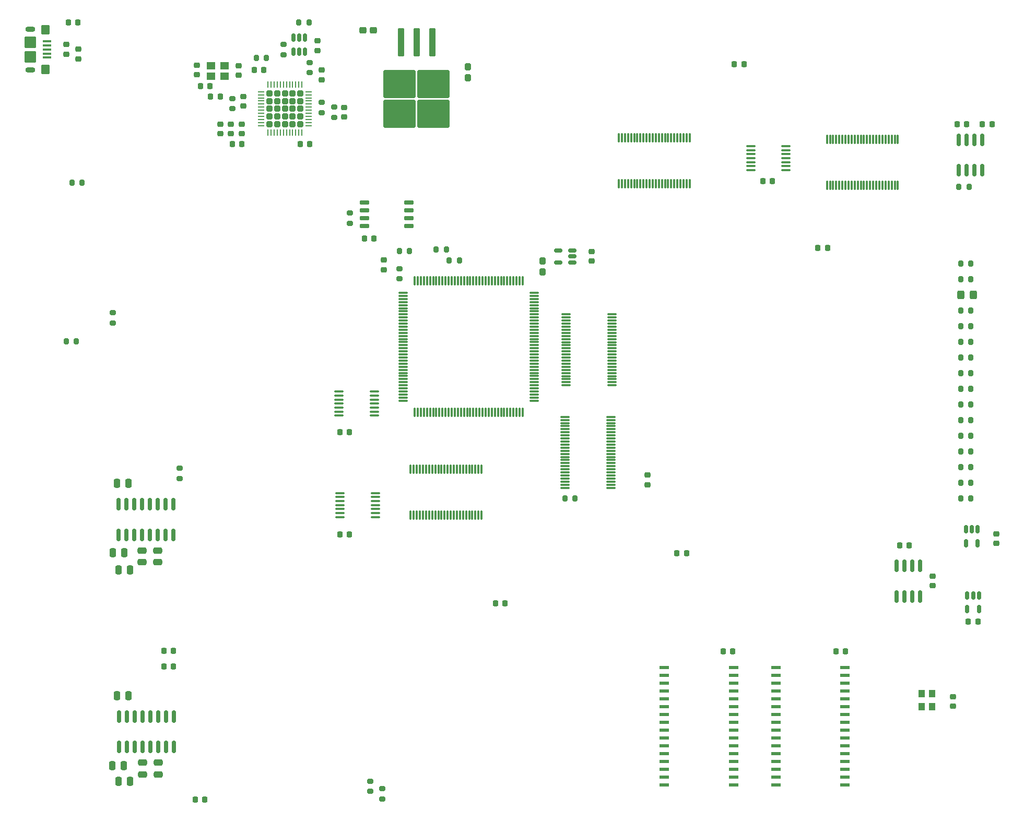
<source format=gtp>
G04 #@! TF.GenerationSoftware,KiCad,Pcbnew,7.0.10*
G04 #@! TF.CreationDate,2024-03-15T17:14:54-07:00*
G04 #@! TF.ProjectId,testboard,74657374-626f-4617-9264-2e6b69636164,rev?*
G04 #@! TF.SameCoordinates,Original*
G04 #@! TF.FileFunction,Paste,Top*
G04 #@! TF.FilePolarity,Positive*
%FSLAX46Y46*%
G04 Gerber Fmt 4.6, Leading zero omitted, Abs format (unit mm)*
G04 Created by KiCad (PCBNEW 7.0.10) date 2024-03-15 17:14:54*
%MOMM*%
%LPD*%
G01*
G04 APERTURE LIST*
G04 Aperture macros list*
%AMRoundRect*
0 Rectangle with rounded corners*
0 $1 Rounding radius*
0 $2 $3 $4 $5 $6 $7 $8 $9 X,Y pos of 4 corners*
0 Add a 4 corners polygon primitive as box body*
4,1,4,$2,$3,$4,$5,$6,$7,$8,$9,$2,$3,0*
0 Add four circle primitives for the rounded corners*
1,1,$1+$1,$2,$3*
1,1,$1+$1,$4,$5*
1,1,$1+$1,$6,$7*
1,1,$1+$1,$8,$9*
0 Add four rect primitives between the rounded corners*
20,1,$1+$1,$2,$3,$4,$5,0*
20,1,$1+$1,$4,$5,$6,$7,0*
20,1,$1+$1,$6,$7,$8,$9,0*
20,1,$1+$1,$8,$9,$2,$3,0*%
G04 Aperture macros list end*
%ADD10RoundRect,0.100000X-0.575000X0.100000X-0.575000X-0.100000X0.575000X-0.100000X0.575000X0.100000X0*%
%ADD11O,1.600000X0.900000*%
%ADD12RoundRect,0.250000X-0.450000X0.550000X-0.450000X-0.550000X0.450000X-0.550000X0.450000X0.550000X0*%
%ADD13RoundRect,0.250000X-0.700000X0.700000X-0.700000X-0.700000X0.700000X-0.700000X0.700000X0.700000X0*%
%ADD14R,1.600000X0.600000*%
%ADD15RoundRect,0.200000X-0.275000X0.200000X-0.275000X-0.200000X0.275000X-0.200000X0.275000X0.200000X0*%
%ADD16RoundRect,0.225000X0.250000X-0.225000X0.250000X0.225000X-0.250000X0.225000X-0.250000X-0.225000X0*%
%ADD17RoundRect,0.250000X-0.300000X2.050000X-0.300000X-2.050000X0.300000X-2.050000X0.300000X2.050000X0*%
%ADD18RoundRect,0.250000X-2.375000X2.025000X-2.375000X-2.025000X2.375000X-2.025000X2.375000X2.025000X0*%
%ADD19RoundRect,0.250000X0.275000X-0.312500X0.275000X0.312500X-0.275000X0.312500X-0.275000X-0.312500X0*%
%ADD20RoundRect,0.200000X0.200000X0.275000X-0.200000X0.275000X-0.200000X-0.275000X0.200000X-0.275000X0*%
%ADD21RoundRect,0.200000X-0.200000X-0.275000X0.200000X-0.275000X0.200000X0.275000X-0.200000X0.275000X0*%
%ADD22RoundRect,0.150000X-0.150000X0.512500X-0.150000X-0.512500X0.150000X-0.512500X0.150000X0.512500X0*%
%ADD23RoundRect,0.250000X-0.325000X-0.450000X0.325000X-0.450000X0.325000X0.450000X-0.325000X0.450000X0*%
%ADD24RoundRect,0.225000X0.225000X0.250000X-0.225000X0.250000X-0.225000X-0.250000X0.225000X-0.250000X0*%
%ADD25RoundRect,0.250000X-0.475000X0.250000X-0.475000X-0.250000X0.475000X-0.250000X0.475000X0.250000X0*%
%ADD26RoundRect,0.218750X0.256250X-0.218750X0.256250X0.218750X-0.256250X0.218750X-0.256250X-0.218750X0*%
%ADD27RoundRect,0.225000X-0.225000X-0.250000X0.225000X-0.250000X0.225000X0.250000X-0.225000X0.250000X0*%
%ADD28RoundRect,0.150000X0.650000X0.150000X-0.650000X0.150000X-0.650000X-0.150000X0.650000X-0.150000X0*%
%ADD29RoundRect,0.218750X-0.256250X0.218750X-0.256250X-0.218750X0.256250X-0.218750X0.256250X0.218750X0*%
%ADD30R,1.400000X1.200000*%
%ADD31RoundRect,0.250000X0.250000X0.475000X-0.250000X0.475000X-0.250000X-0.475000X0.250000X-0.475000X0*%
%ADD32RoundRect,0.075000X0.075000X-0.662500X0.075000X0.662500X-0.075000X0.662500X-0.075000X-0.662500X0*%
%ADD33RoundRect,0.250000X-0.250000X-0.250000X0.250000X-0.250000X0.250000X0.250000X-0.250000X0.250000X0*%
%ADD34RoundRect,0.062500X-0.412500X-0.062500X0.412500X-0.062500X0.412500X0.062500X-0.412500X0.062500X0*%
%ADD35RoundRect,0.062500X-0.062500X-0.412500X0.062500X-0.412500X0.062500X0.412500X-0.062500X0.412500X0*%
%ADD36RoundRect,0.225000X-0.250000X0.225000X-0.250000X-0.225000X0.250000X-0.225000X0.250000X0.225000X0*%
%ADD37RoundRect,0.150000X0.150000X-0.825000X0.150000X0.825000X-0.150000X0.825000X-0.150000X-0.825000X0*%
%ADD38RoundRect,0.218750X0.218750X0.256250X-0.218750X0.256250X-0.218750X-0.256250X0.218750X-0.256250X0*%
%ADD39RoundRect,0.100000X0.637500X0.100000X-0.637500X0.100000X-0.637500X-0.100000X0.637500X-0.100000X0*%
%ADD40RoundRect,0.075000X0.662500X0.075000X-0.662500X0.075000X-0.662500X-0.075000X0.662500X-0.075000X0*%
%ADD41RoundRect,0.075000X0.075000X0.662500X-0.075000X0.662500X-0.075000X-0.662500X0.075000X-0.662500X0*%
%ADD42RoundRect,0.250000X-0.250000X-0.475000X0.250000X-0.475000X0.250000X0.475000X-0.250000X0.475000X0*%
%ADD43RoundRect,0.200000X0.275000X-0.200000X0.275000X0.200000X-0.275000X0.200000X-0.275000X-0.200000X0*%
%ADD44RoundRect,0.150000X0.150000X-0.512500X0.150000X0.512500X-0.150000X0.512500X-0.150000X-0.512500X0*%
%ADD45RoundRect,0.250000X0.312500X0.275000X-0.312500X0.275000X-0.312500X-0.275000X0.312500X-0.275000X0*%
%ADD46R,1.100000X1.300000*%
%ADD47RoundRect,0.150000X-0.150000X0.825000X-0.150000X-0.825000X0.150000X-0.825000X0.150000X0.825000X0*%
%ADD48RoundRect,0.150000X0.512500X0.150000X-0.512500X0.150000X-0.512500X-0.150000X0.512500X-0.150000X0*%
G04 APERTURE END LIST*
D10*
X29250000Y-24350000D03*
X29250000Y-25000000D03*
X29250000Y-25650000D03*
X29250000Y-26300000D03*
X29250000Y-26950000D03*
D11*
X26575000Y-22350000D03*
D12*
X29025000Y-22450000D03*
D13*
X26575000Y-24450000D03*
X26575000Y-26850000D03*
D12*
X29025000Y-28850000D03*
D11*
X26575000Y-28950000D03*
D14*
X147480000Y-125900000D03*
X147480000Y-127170000D03*
X147480000Y-128440000D03*
X147480000Y-129710000D03*
X147480000Y-130980000D03*
X147480000Y-132250000D03*
X147480000Y-133520000D03*
X147480000Y-134800000D03*
X147480000Y-136050000D03*
X147480000Y-137330000D03*
X147480000Y-138600000D03*
X147480000Y-139870000D03*
X147480000Y-141140000D03*
X147480000Y-142410000D03*
X147480000Y-143680000D03*
X147480000Y-144950000D03*
X158680000Y-144950000D03*
X158680000Y-143680000D03*
X158680000Y-142410000D03*
X158680000Y-141140000D03*
X158680000Y-139870000D03*
X158680000Y-138600000D03*
X158680000Y-137330000D03*
X158680000Y-136050000D03*
X158680000Y-134800000D03*
X158680000Y-133520000D03*
X158680000Y-132250000D03*
X158680000Y-130980000D03*
X158680000Y-129710000D03*
X158680000Y-128440000D03*
X158680000Y-127170000D03*
X158680000Y-125900000D03*
D15*
X67615000Y-24850000D03*
X67615000Y-26500000D03*
D16*
X73115000Y-25800000D03*
X73115000Y-24250000D03*
D17*
X91750000Y-24500000D03*
X89210000Y-24500000D03*
D18*
X91985000Y-31225000D03*
X86435000Y-31225000D03*
X91985000Y-36075000D03*
X86435000Y-36075000D03*
D17*
X86670000Y-24500000D03*
D19*
X109650000Y-61737500D03*
X109650000Y-59962500D03*
D20*
X179067500Y-93423000D03*
X177417500Y-93423000D03*
D21*
X32400000Y-73000000D03*
X34050000Y-73000000D03*
D20*
X179067500Y-98503000D03*
X177417500Y-98503000D03*
D22*
X180400000Y-114193000D03*
X179450000Y-114193000D03*
X178500000Y-114193000D03*
X178500000Y-116468000D03*
X180400000Y-116468000D03*
D23*
X177417500Y-65483000D03*
X179467500Y-65483000D03*
D24*
X155827500Y-57863000D03*
X154277500Y-57863000D03*
X158750000Y-123250000D03*
X157200000Y-123250000D03*
D25*
X47350000Y-141348000D03*
X47350000Y-143248000D03*
D20*
X179067500Y-70563000D03*
X177417500Y-70563000D03*
D26*
X32400000Y-24825000D03*
X32400000Y-26400000D03*
D27*
X180950000Y-37750000D03*
X182500000Y-37750000D03*
D16*
X183250000Y-105750000D03*
X183250000Y-104200000D03*
D20*
X179067500Y-83263000D03*
X177417500Y-83263000D03*
D24*
X71865000Y-41000000D03*
X70315000Y-41000000D03*
D16*
X176220000Y-132172000D03*
X176220000Y-130622000D03*
D28*
X87950000Y-54285000D03*
X87950000Y-53015000D03*
X87950000Y-51745000D03*
X87950000Y-50475000D03*
X80750000Y-50475000D03*
X80750000Y-51745000D03*
X80750000Y-53015000D03*
X80750000Y-54285000D03*
D29*
X83900000Y-59800000D03*
X83900000Y-61375000D03*
D26*
X34400000Y-27175000D03*
X34400000Y-25600000D03*
D24*
X132967500Y-107393000D03*
X131417500Y-107393000D03*
D20*
X179067500Y-88343000D03*
X177417500Y-88343000D03*
X114900000Y-98500000D03*
X113250000Y-98500000D03*
D24*
X64415000Y-29000000D03*
X62865000Y-29000000D03*
D20*
X179067500Y-90883000D03*
X177417500Y-90883000D03*
D30*
X58065000Y-28250000D03*
X55865000Y-28250000D03*
X55865000Y-29950000D03*
X58065000Y-29950000D03*
D31*
X41762000Y-141856000D03*
X39862000Y-141856000D03*
D24*
X178410000Y-37750000D03*
X176860000Y-37750000D03*
D32*
X155750000Y-47675000D03*
X156250000Y-47675000D03*
X156750000Y-47675000D03*
X157250000Y-47675000D03*
X157750000Y-47675000D03*
X158250000Y-47675000D03*
X158750000Y-47675000D03*
X159250000Y-47675000D03*
X159750000Y-47675000D03*
X160250000Y-47675000D03*
X160750000Y-47675000D03*
X161250000Y-47675000D03*
X161750000Y-47675000D03*
X162250000Y-47675000D03*
X162750000Y-47675000D03*
X163250000Y-47675000D03*
X163750000Y-47675000D03*
X164250000Y-47675000D03*
X164750000Y-47675000D03*
X165250000Y-47675000D03*
X165750000Y-47675000D03*
X166250000Y-47675000D03*
X166750000Y-47675000D03*
X167250000Y-47675000D03*
X167250000Y-40250000D03*
X166750000Y-40250000D03*
X166250000Y-40250000D03*
X165750000Y-40250000D03*
X165250000Y-40250000D03*
X164750000Y-40250000D03*
X164250000Y-40250000D03*
X163750000Y-40250000D03*
X163250000Y-40250000D03*
X162750000Y-40250000D03*
X162250000Y-40250000D03*
X161750000Y-40250000D03*
X161250000Y-40250000D03*
X160750000Y-40250000D03*
X160250000Y-40250000D03*
X159750000Y-40250000D03*
X159250000Y-40250000D03*
X158750000Y-40250000D03*
X158250000Y-40250000D03*
X157750000Y-40250000D03*
X157250000Y-40250000D03*
X156750000Y-40250000D03*
X156250000Y-40250000D03*
X155750000Y-40250000D03*
D33*
X65395000Y-32770000D03*
X65395000Y-34010000D03*
X65395000Y-35250000D03*
X65395000Y-36490000D03*
X65395000Y-37730000D03*
X66635000Y-32770000D03*
X66635000Y-34010000D03*
X66635000Y-35250000D03*
X66635000Y-36490000D03*
X66635000Y-37730000D03*
X67875000Y-32770000D03*
X67875000Y-34010000D03*
X67875000Y-35250000D03*
X67875000Y-36490000D03*
X67875000Y-37730000D03*
X69115000Y-32770000D03*
X69115000Y-34010000D03*
X69115000Y-35250000D03*
X69115000Y-36490000D03*
X69115000Y-37730000D03*
X70355000Y-32770000D03*
X70355000Y-34010000D03*
X70355000Y-35250000D03*
X70355000Y-36490000D03*
X70355000Y-37730000D03*
D34*
X64000000Y-32500000D03*
X64000000Y-33000000D03*
X64000000Y-33500000D03*
X64000000Y-34000000D03*
X64000000Y-34500000D03*
X64000000Y-35000000D03*
X64000000Y-35500000D03*
X64000000Y-36000000D03*
X64000000Y-36500000D03*
X64000000Y-37000000D03*
X64000000Y-37500000D03*
X64000000Y-38000000D03*
D35*
X65125000Y-39125000D03*
X65625000Y-39125000D03*
X66125000Y-39125000D03*
X66625000Y-39125000D03*
X67125000Y-39125000D03*
X67625000Y-39125000D03*
X68125000Y-39125000D03*
X68625000Y-39125000D03*
X69125000Y-39125000D03*
X69625000Y-39125000D03*
X70125000Y-39125000D03*
X70625000Y-39125000D03*
D34*
X71750000Y-38000000D03*
X71750000Y-37500000D03*
X71750000Y-37000000D03*
X71750000Y-36500000D03*
X71750000Y-36000000D03*
X71750000Y-35500000D03*
X71750000Y-35000000D03*
X71750000Y-34500000D03*
X71750000Y-34000000D03*
X71750000Y-33500000D03*
X71750000Y-33000000D03*
X71750000Y-32500000D03*
D35*
X70625000Y-31375000D03*
X70125000Y-31375000D03*
X69625000Y-31375000D03*
X69125000Y-31375000D03*
X68625000Y-31375000D03*
X68125000Y-31375000D03*
X67625000Y-31375000D03*
X67125000Y-31375000D03*
X66625000Y-31375000D03*
X66125000Y-31375000D03*
X65625000Y-31375000D03*
X65125000Y-31375000D03*
D36*
X60865000Y-37750000D03*
X60865000Y-39300000D03*
X61115000Y-33250000D03*
X61115000Y-34800000D03*
D37*
X41000000Y-138808000D03*
X42270000Y-138808000D03*
X43540000Y-138808000D03*
X44810000Y-138808000D03*
X46080000Y-138808000D03*
X47350000Y-138808000D03*
X48620000Y-138808000D03*
X49890000Y-138808000D03*
X49890000Y-133858000D03*
X48620000Y-133858000D03*
X47350000Y-133858000D03*
X46080000Y-133858000D03*
X44810000Y-133858000D03*
X43540000Y-133858000D03*
X42270000Y-133858000D03*
X41000000Y-133858000D03*
D38*
X34325000Y-21250000D03*
X32750000Y-21250000D03*
X57365000Y-33250000D03*
X55790000Y-33250000D03*
D27*
X140750000Y-28000000D03*
X142300000Y-28000000D03*
D39*
X82378000Y-85048000D03*
X82378000Y-84398000D03*
X82378000Y-83748000D03*
X82378000Y-83098000D03*
X82378000Y-82448000D03*
X82378000Y-81798000D03*
X82378000Y-81148000D03*
X76653000Y-81148000D03*
X76653000Y-81798000D03*
X76653000Y-82448000D03*
X76653000Y-83098000D03*
X76653000Y-83748000D03*
X76653000Y-84398000D03*
X76653000Y-85048000D03*
D37*
X40886000Y-104378000D03*
X42156000Y-104378000D03*
X43426000Y-104378000D03*
X44696000Y-104378000D03*
X45966000Y-104378000D03*
X47236000Y-104378000D03*
X48506000Y-104378000D03*
X49776000Y-104378000D03*
X49776000Y-99428000D03*
X48506000Y-99428000D03*
X47236000Y-99428000D03*
X45966000Y-99428000D03*
X44696000Y-99428000D03*
X43426000Y-99428000D03*
X42156000Y-99428000D03*
X40886000Y-99428000D03*
D24*
X140500000Y-123250000D03*
X138950000Y-123250000D03*
D25*
X47236000Y-106918000D03*
X47236000Y-108818000D03*
D20*
X179067500Y-95963000D03*
X177417500Y-95963000D03*
D21*
X33350000Y-47250000D03*
X35000000Y-47250000D03*
D40*
X120712500Y-96750000D03*
X120712500Y-96250000D03*
X120712500Y-95750000D03*
X120712500Y-95250000D03*
X120712500Y-94750000D03*
X120712500Y-94250000D03*
X120712500Y-93750000D03*
X120712500Y-93250000D03*
X120712500Y-92750000D03*
X120712500Y-92250000D03*
X120712500Y-91750000D03*
X120712500Y-91250000D03*
X120712500Y-90750000D03*
X120712500Y-90250000D03*
X120712500Y-89750000D03*
X120712500Y-89250000D03*
X120712500Y-88750000D03*
X120712500Y-88250000D03*
X120712500Y-87750000D03*
X120712500Y-87250000D03*
X120712500Y-86750000D03*
X120712500Y-86250000D03*
X120712500Y-85750000D03*
X120712500Y-85250000D03*
X113287500Y-85250000D03*
X113287500Y-85750000D03*
X113287500Y-86250000D03*
X113287500Y-86750000D03*
X113287500Y-87250000D03*
X113287500Y-87750000D03*
X113287500Y-88250000D03*
X113287500Y-88750000D03*
X113287500Y-89250000D03*
X113287500Y-89750000D03*
X113287500Y-90250000D03*
X113287500Y-90750000D03*
X113287500Y-91250000D03*
X113287500Y-91750000D03*
X113287500Y-92250000D03*
X113287500Y-92750000D03*
X113287500Y-93250000D03*
X113287500Y-93750000D03*
X113287500Y-94250000D03*
X113287500Y-94750000D03*
X113287500Y-95250000D03*
X113287500Y-95750000D03*
X113287500Y-96250000D03*
X113287500Y-96750000D03*
D27*
X76750000Y-87750000D03*
X78300000Y-87750000D03*
X48260000Y-125730000D03*
X49810000Y-125730000D03*
D20*
X96150000Y-59875000D03*
X94500000Y-59875000D03*
D21*
X63215000Y-27000000D03*
X64865000Y-27000000D03*
D15*
X86400000Y-61225000D03*
X86400000Y-62875000D03*
D40*
X108322500Y-82618000D03*
X108322500Y-82118000D03*
X108322500Y-81618000D03*
X108322500Y-81118000D03*
X108322500Y-80618000D03*
X108322500Y-80118000D03*
X108322500Y-79618000D03*
X108322500Y-79118000D03*
X108322500Y-78618000D03*
X108322500Y-78118000D03*
X108322500Y-77618000D03*
X108322500Y-77118000D03*
X108322500Y-76618000D03*
X108322500Y-76118000D03*
X108322500Y-75618000D03*
X108322500Y-75118000D03*
X108322500Y-74618000D03*
X108322500Y-74118000D03*
X108322500Y-73618000D03*
X108322500Y-73118000D03*
X108322500Y-72618000D03*
X108322500Y-72118000D03*
X108322500Y-71618000D03*
X108322500Y-71118000D03*
X108322500Y-70618000D03*
X108322500Y-70118000D03*
X108322500Y-69618000D03*
X108322500Y-69118000D03*
X108322500Y-68618000D03*
X108322500Y-68118000D03*
X108322500Y-67618000D03*
X108322500Y-67118000D03*
X108322500Y-66618000D03*
X108322500Y-66118000D03*
X108322500Y-65618000D03*
X108322500Y-65118000D03*
D41*
X106410000Y-63205500D03*
X105910000Y-63205500D03*
X105410000Y-63205500D03*
X104910000Y-63205500D03*
X104410000Y-63205500D03*
X103910000Y-63205500D03*
X103410000Y-63205500D03*
X102910000Y-63205500D03*
X102410000Y-63205500D03*
X101910000Y-63205500D03*
X101410000Y-63205500D03*
X100910000Y-63205500D03*
X100410000Y-63205500D03*
X99910000Y-63205500D03*
X99410000Y-63205500D03*
X98910000Y-63205500D03*
X98410000Y-63205500D03*
X97910000Y-63205500D03*
X97410000Y-63205500D03*
X96910000Y-63205500D03*
X96410000Y-63205500D03*
X95910000Y-63205500D03*
X95410000Y-63205500D03*
X94910000Y-63205500D03*
X94410000Y-63205500D03*
X93910000Y-63205500D03*
X93410000Y-63205500D03*
X92910000Y-63205500D03*
X92410000Y-63205500D03*
X91910000Y-63205500D03*
X91410000Y-63205500D03*
X90910000Y-63205500D03*
X90410000Y-63205500D03*
X89910000Y-63205500D03*
X89410000Y-63205500D03*
X88910000Y-63205500D03*
D40*
X86997500Y-65118000D03*
X86997500Y-65618000D03*
X86997500Y-66118000D03*
X86997500Y-66618000D03*
X86997500Y-67118000D03*
X86997500Y-67618000D03*
X86997500Y-68118000D03*
X86997500Y-68618000D03*
X86997500Y-69118000D03*
X86997500Y-69618000D03*
X86997500Y-70118000D03*
X86997500Y-70618000D03*
X86997500Y-71118000D03*
X86997500Y-71618000D03*
X86997500Y-72118000D03*
X86997500Y-72618000D03*
X86997500Y-73118000D03*
X86997500Y-73618000D03*
X86997500Y-74118000D03*
X86997500Y-74618000D03*
X86997500Y-75118000D03*
X86997500Y-75618000D03*
X86997500Y-76118000D03*
X86997500Y-76618000D03*
X86997500Y-77118000D03*
X86997500Y-77618000D03*
X86997500Y-78118000D03*
X86997500Y-78618000D03*
X86997500Y-79118000D03*
X86997500Y-79618000D03*
X86997500Y-80118000D03*
X86997500Y-80618000D03*
X86997500Y-81118000D03*
X86997500Y-81618000D03*
X86997500Y-82118000D03*
X86997500Y-82618000D03*
D41*
X88910000Y-84530500D03*
X89410000Y-84530500D03*
X89910000Y-84530500D03*
X90410000Y-84530500D03*
X90910000Y-84530500D03*
X91410000Y-84530500D03*
X91910000Y-84530500D03*
X92410000Y-84530500D03*
X92910000Y-84530500D03*
X93410000Y-84530500D03*
X93910000Y-84530500D03*
X94410000Y-84530500D03*
X94910000Y-84530500D03*
X95410000Y-84530500D03*
X95910000Y-84530500D03*
X96410000Y-84530500D03*
X96910000Y-84530500D03*
X97410000Y-84530500D03*
X97910000Y-84530500D03*
X98410000Y-84530500D03*
X98910000Y-84530500D03*
X99410000Y-84530500D03*
X99910000Y-84530500D03*
X100410000Y-84530500D03*
X100910000Y-84530500D03*
X101410000Y-84530500D03*
X101910000Y-84530500D03*
X102410000Y-84530500D03*
X102910000Y-84530500D03*
X103410000Y-84530500D03*
X103910000Y-84530500D03*
X104410000Y-84530500D03*
X104910000Y-84530500D03*
X105410000Y-84530500D03*
X105910000Y-84530500D03*
X106410000Y-84530500D03*
D27*
X53340000Y-147320000D03*
X54890000Y-147320000D03*
D42*
X40614000Y-130500000D03*
X42514000Y-130500000D03*
D20*
X179067500Y-68023000D03*
X177417500Y-68023000D03*
D25*
X44810000Y-141348000D03*
X44810000Y-143248000D03*
D20*
X179067500Y-73103000D03*
X177417500Y-73103000D03*
D15*
X73865000Y-34250000D03*
X73865000Y-35900000D03*
D16*
X60365000Y-29800000D03*
X60365000Y-28250000D03*
D21*
X177417500Y-60403000D03*
X179067500Y-60403000D03*
D20*
X179067500Y-75643000D03*
X177417500Y-75643000D03*
D27*
X80750000Y-56315000D03*
X82300000Y-56315000D03*
D16*
X117600000Y-59950000D03*
X117600000Y-58400000D03*
D36*
X172845500Y-111073000D03*
X172845500Y-112623000D03*
D43*
X81682500Y-145987000D03*
X81682500Y-144337000D03*
D39*
X82525000Y-101500000D03*
X82525000Y-100850000D03*
X82525000Y-100200000D03*
X82525000Y-99550000D03*
X82525000Y-98900000D03*
X82525000Y-98250000D03*
X82525000Y-97600000D03*
X76800000Y-97600000D03*
X76800000Y-98250000D03*
X76800000Y-98900000D03*
X76800000Y-99550000D03*
X76800000Y-100200000D03*
X76800000Y-100850000D03*
X76800000Y-101500000D03*
D43*
X83682500Y-147237000D03*
X83682500Y-145587000D03*
D20*
X179067500Y-78183000D03*
X177417500Y-78183000D03*
D19*
X97500000Y-30250000D03*
X97500000Y-28475000D03*
D20*
X88050000Y-58375000D03*
X86400000Y-58375000D03*
D27*
X76800000Y-104350000D03*
X78350000Y-104350000D03*
D20*
X178790000Y-47910000D03*
X177140000Y-47910000D03*
D24*
X169097500Y-106123000D03*
X167547500Y-106123000D03*
D36*
X59115000Y-37750000D03*
X59115000Y-39300000D03*
D27*
X101980000Y-115480000D03*
X103530000Y-115480000D03*
D15*
X50800000Y-93600000D03*
X50800000Y-95250000D03*
D20*
X94050000Y-58125000D03*
X92400000Y-58125000D03*
D44*
X69215000Y-26000000D03*
X70165000Y-26000000D03*
X71115000Y-26000000D03*
X71115000Y-23725000D03*
X70165000Y-23725000D03*
X69215000Y-23725000D03*
D42*
X40878000Y-144396000D03*
X42778000Y-144396000D03*
D15*
X40000000Y-68350000D03*
X40000000Y-70000000D03*
D20*
X179067500Y-85803000D03*
X177417500Y-85803000D03*
D42*
X40891000Y-110093000D03*
X42791000Y-110093000D03*
D45*
X82250000Y-22500000D03*
X80475000Y-22500000D03*
D36*
X53615000Y-28200000D03*
X53615000Y-29750000D03*
D46*
X172790000Y-132240000D03*
X172790000Y-130140000D03*
X171140000Y-130140000D03*
X171140000Y-132240000D03*
D24*
X180212000Y-118500000D03*
X178662000Y-118500000D03*
D39*
X149132500Y-45230500D03*
X149132500Y-44580500D03*
X149132500Y-43930500D03*
X149132500Y-43280500D03*
X149132500Y-42630500D03*
X149132500Y-41980500D03*
X149132500Y-41330500D03*
X143407500Y-41330500D03*
X143407500Y-41980500D03*
X143407500Y-42630500D03*
X143407500Y-43280500D03*
X143407500Y-43930500D03*
X143407500Y-44580500D03*
X143407500Y-45230500D03*
D24*
X60865000Y-41000000D03*
X59315000Y-41000000D03*
D29*
X57365000Y-37750000D03*
X57365000Y-39325000D03*
D24*
X55740000Y-31625000D03*
X54190000Y-31625000D03*
D36*
X73865000Y-29000000D03*
X73865000Y-30550000D03*
D47*
X180950000Y-40290000D03*
X179680000Y-40290000D03*
X178410000Y-40290000D03*
X177140000Y-40290000D03*
X177140000Y-45240000D03*
X178410000Y-45240000D03*
X179680000Y-45240000D03*
X180950000Y-45240000D03*
D14*
X129400000Y-125900000D03*
X129400000Y-127170000D03*
X129400000Y-128440000D03*
X129400000Y-129710000D03*
X129400000Y-130980000D03*
X129400000Y-132250000D03*
X129400000Y-133520000D03*
X129400000Y-134800000D03*
X129400000Y-136050000D03*
X129400000Y-137330000D03*
X129400000Y-138600000D03*
X129400000Y-139870000D03*
X129400000Y-141140000D03*
X129400000Y-142410000D03*
X129400000Y-143680000D03*
X129400000Y-144950000D03*
X140600000Y-144950000D03*
X140600000Y-143680000D03*
X140600000Y-142410000D03*
X140600000Y-141140000D03*
X140600000Y-139870000D03*
X140600000Y-138600000D03*
X140600000Y-137330000D03*
X140600000Y-136050000D03*
X140600000Y-134800000D03*
X140600000Y-133520000D03*
X140600000Y-132250000D03*
X140600000Y-130980000D03*
X140600000Y-129710000D03*
X140600000Y-128440000D03*
X140600000Y-127170000D03*
X140600000Y-125900000D03*
D36*
X126617500Y-94693000D03*
X126617500Y-96243000D03*
D32*
X122000000Y-47425000D03*
X122500000Y-47425000D03*
X123000000Y-47425000D03*
X123500000Y-47425000D03*
X124000000Y-47425000D03*
X124500000Y-47425000D03*
X125000000Y-47425000D03*
X125500000Y-47425000D03*
X126000000Y-47425000D03*
X126500000Y-47425000D03*
X127000000Y-47425000D03*
X127500000Y-47425000D03*
X128000000Y-47425000D03*
X128500000Y-47425000D03*
X129000000Y-47425000D03*
X129500000Y-47425000D03*
X130000000Y-47425000D03*
X130500000Y-47425000D03*
X131000000Y-47425000D03*
X131500000Y-47425000D03*
X132000000Y-47425000D03*
X132500000Y-47425000D03*
X133000000Y-47425000D03*
X133500000Y-47425000D03*
X133500000Y-40000000D03*
X133000000Y-40000000D03*
X132500000Y-40000000D03*
X132000000Y-40000000D03*
X131500000Y-40000000D03*
X131000000Y-40000000D03*
X130500000Y-40000000D03*
X130000000Y-40000000D03*
X129500000Y-40000000D03*
X129000000Y-40000000D03*
X128500000Y-40000000D03*
X128000000Y-40000000D03*
X127500000Y-40000000D03*
X127000000Y-40000000D03*
X126500000Y-40000000D03*
X126000000Y-40000000D03*
X125500000Y-40000000D03*
X125000000Y-40000000D03*
X124500000Y-40000000D03*
X124000000Y-40000000D03*
X123500000Y-40000000D03*
X123000000Y-40000000D03*
X122500000Y-40000000D03*
X122000000Y-40000000D03*
D27*
X145347500Y-46993000D03*
X146897500Y-46993000D03*
D31*
X41851200Y-107324400D03*
X39951200Y-107324400D03*
D43*
X71865000Y-29400000D03*
X71865000Y-27750000D03*
D15*
X78425000Y-52190000D03*
X78425000Y-53840000D03*
D27*
X48260000Y-123190000D03*
X49810000Y-123190000D03*
D20*
X71765000Y-21250000D03*
X70115000Y-21250000D03*
X179067500Y-62943000D03*
X177417500Y-62943000D03*
D47*
X170813500Y-109425000D03*
X169543500Y-109425000D03*
X168273500Y-109425000D03*
X167003500Y-109425000D03*
X167003500Y-114375000D03*
X168273500Y-114375000D03*
X169543500Y-114375000D03*
X170813500Y-114375000D03*
D36*
X77490000Y-35075000D03*
X77490000Y-36625000D03*
D40*
X120900000Y-80125000D03*
X120900000Y-79625000D03*
X120900000Y-79125000D03*
X120900000Y-78625000D03*
X120900000Y-78125000D03*
X120900000Y-77625000D03*
X120900000Y-77125000D03*
X120900000Y-76625000D03*
X120900000Y-76125000D03*
X120900000Y-75625000D03*
X120900000Y-75125000D03*
X120900000Y-74625000D03*
X120900000Y-74125000D03*
X120900000Y-73625000D03*
X120900000Y-73125000D03*
X120900000Y-72625000D03*
X120900000Y-72125000D03*
X120900000Y-71625000D03*
X120900000Y-71125000D03*
X120900000Y-70625000D03*
X120900000Y-70125000D03*
X120900000Y-69625000D03*
X120900000Y-69125000D03*
X120900000Y-68625000D03*
X113475000Y-68625000D03*
X113475000Y-69125000D03*
X113475000Y-69625000D03*
X113475000Y-70125000D03*
X113475000Y-70625000D03*
X113475000Y-71125000D03*
X113475000Y-71625000D03*
X113475000Y-72125000D03*
X113475000Y-72625000D03*
X113475000Y-73125000D03*
X113475000Y-73625000D03*
X113475000Y-74125000D03*
X113475000Y-74625000D03*
X113475000Y-75125000D03*
X113475000Y-75625000D03*
X113475000Y-76125000D03*
X113475000Y-76625000D03*
X113475000Y-77125000D03*
X113475000Y-77625000D03*
X113475000Y-78125000D03*
X113475000Y-78625000D03*
X113475000Y-79125000D03*
X113475000Y-79625000D03*
X113475000Y-80125000D03*
D15*
X59365000Y-33600000D03*
X59365000Y-35250000D03*
D32*
X88250000Y-101175000D03*
X88750000Y-101175000D03*
X89250000Y-101175000D03*
X89750000Y-101175000D03*
X90250000Y-101175000D03*
X90750000Y-101175000D03*
X91250000Y-101175000D03*
X91750000Y-101175000D03*
X92250000Y-101175000D03*
X92750000Y-101175000D03*
X93250000Y-101175000D03*
X93750000Y-101175000D03*
X94250000Y-101175000D03*
X94750000Y-101175000D03*
X95250000Y-101175000D03*
X95750000Y-101175000D03*
X96250000Y-101175000D03*
X96750000Y-101175000D03*
X97250000Y-101175000D03*
X97750000Y-101175000D03*
X98250000Y-101175000D03*
X98750000Y-101175000D03*
X99250000Y-101175000D03*
X99750000Y-101175000D03*
X99750000Y-93750000D03*
X99250000Y-93750000D03*
X98750000Y-93750000D03*
X98250000Y-93750000D03*
X97750000Y-93750000D03*
X97250000Y-93750000D03*
X96750000Y-93750000D03*
X96250000Y-93750000D03*
X95750000Y-93750000D03*
X95250000Y-93750000D03*
X94750000Y-93750000D03*
X94250000Y-93750000D03*
X93750000Y-93750000D03*
X93250000Y-93750000D03*
X92750000Y-93750000D03*
X92250000Y-93750000D03*
X91750000Y-93750000D03*
X91250000Y-93750000D03*
X90750000Y-93750000D03*
X90250000Y-93750000D03*
X89750000Y-93750000D03*
X89250000Y-93750000D03*
X88750000Y-93750000D03*
X88250000Y-93750000D03*
D15*
X75865000Y-35000000D03*
X75865000Y-36650000D03*
D42*
X40632000Y-95996000D03*
X42532000Y-95996000D03*
D25*
X44696000Y-106918000D03*
X44696000Y-108818000D03*
D48*
X114475000Y-60175000D03*
X114475000Y-59225000D03*
X114475000Y-58275000D03*
X112200000Y-58275000D03*
X112200000Y-60175000D03*
D20*
X179067500Y-80723000D03*
X177417500Y-80723000D03*
D22*
X180210000Y-103460000D03*
X179260000Y-103460000D03*
X178310000Y-103460000D03*
X178310000Y-105735000D03*
X180210000Y-105735000D03*
M02*

</source>
